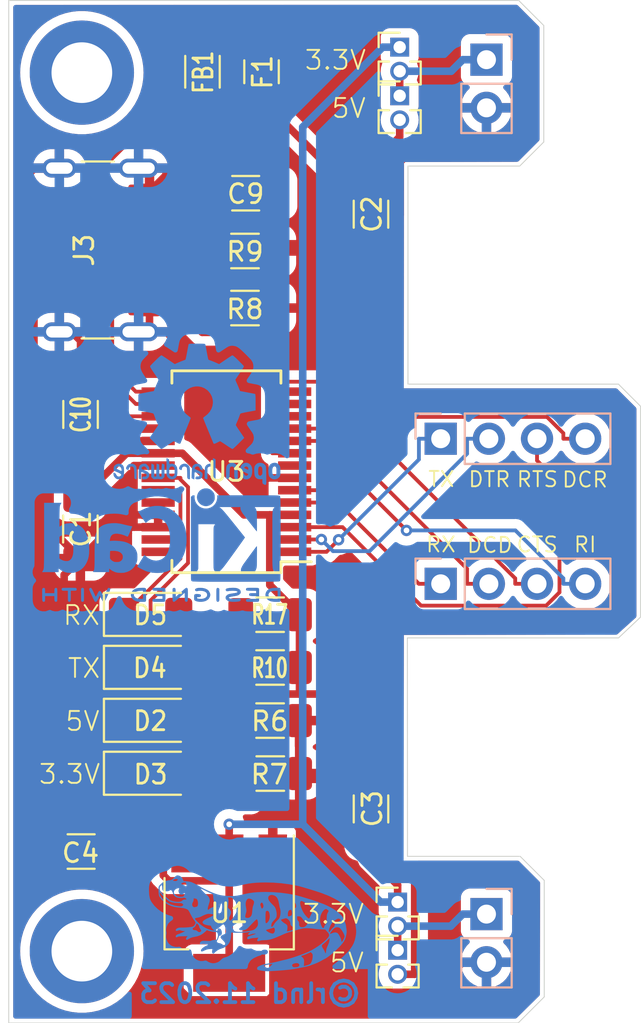
<source format=kicad_pcb>
(kicad_pcb (version 20221018) (generator pcbnew)
  (title_block (title "Breadboard PSU") (date "2023-11-17") (rev "0.9.5"))
  (layers (0 "F.Cu" signal) (31 "B.Cu" signal) (34 "B.Paste" user) (35 "F.Paste" user) (36 "B.SilkS" user "B.Silkscreen") (37 "F.SilkS" user "F.Silkscreen") (38 "B.Mask" user) (39 "F.Mask" user) (44 "Edge.Cuts" user))
  (net 0 "")
  (net 1 "5V")
  (net 2 "3.3V")
  (net 3 "Net-(D2-K)")
  (net 4 "Net-(D3-K)")
  (net 7 "TX")
  (net 8 "RX")
  (net 9 "RTS")
  (net 10 "CTS")
  (net 11 "DTR")
  (net 12 "DCR")
  (net 13 "DCD")
  (net 14 "Gnd")
  (net 18 "Net-(U3-3V3OUT)")
  (net 21 "Net-(D4-A)")
  (net 22 "Net-(D5-A)")
  (net 23 "RI")
  (net 24 "/VBUS")
  (net 25 "Net-(D4-K)")
  (net 26 "Net-(D5-K)")
  (net 27 "/V-L-F")
  (net 28 "/Pwd-up")
  (net 29 "/Pwd-bottom")
  (net 30 "Net-(J3-CC1)")
  (net 31 "Net-(U3-USBD+)")
  (net 32 "Net-(U3-USBD-)")
  (net 33 "Net-(J3-CC2)")
  (footprint "Resistor_SMD:R_1206_3216Metric_Pad1.30x1.75mm_HandSolder" (layer "F.Cu") (at 33.8184 60.7869 180)
    (fp_text reference "R7")
    (fp_text value "1k" hide)
  )
  (footprint "Diode_SMD:D_1206_3216Metric_Pad1.42x1.75mm_HandSolder" (layer "F.Cu") (at 27.5057 60.7714)
    (fp_text reference "D3")
    (fp_text value "white" hide)
  )
  (footprint "Fuse:Fuse_1206_3216Metric_Pad1.42x1.75mm_HandSolder" (layer "F.Cu") (at 33.3574 23.7567 -90)
    (fp_text reference "F1")
    (fp_text value "500mA" hide)
  )
  (footprint "Package_TO_SOT_SMD:SOT-223-3_TabPin2" (layer "F.Cu") (at 31.6513 68.1529 -90)
    (fp_text reference "U1")
    (fp_text value "LM1117DT-3.3" hide)
  )
  (footprint "Capacitor_SMD:C_1206_3216Metric_Pad1.33x1.80mm_HandSolder" (layer "F.Cu") (at 23.8121 41.8389 90)
    (fp_text reference "C10")
    (fp_text value "100n" hide)
  )
  (footprint "myLib:USB-C_Core-Set" (layer "F.Cu") (at 23.7687 33.16 -90)
    (fp_text reference "J3")
    (fp_text value "USB-C connector" hide)
  )
  (footprint "Resistor_SMD:R_1206_3216Metric_Pad1.30x1.75mm_HandSolder" (layer "F.Cu") (at 33.8096 55.1913)
    (fp_text reference "R10")
    (fp_text value "1k" hide)
  )
  (footprint "Resistor_SMD:R_1206_3216Metric_Pad1.30x1.75mm_HandSolder" (layer "F.Cu") (at 32.4847 36.2247)
    (fp_text reference "R8")
    (fp_text value "5k1" hide)
  )
  (footprint "Inductor_SMD:L_1206_3216Metric_Pad1.22x1.90mm_HandSolder" (layer "F.Cu") (at 30.2431 23.7567 90)
    (fp_text reference "FB1")
    (fp_text value "100" hide)
  )
  (footprint "Diode_SMD:D_1206_3216Metric_Pad1.42x1.75mm_HandSolder" (layer "F.Cu") (at 27.5057 55.1834)
    (fp_text reference "D4")
    (fp_text value "Blue" hide)
  )
  (footprint "Resistor_SMD:R_1206_3216Metric_Pad1.30x1.75mm_HandSolder" (layer "F.Cu") (at 32.4847 33.2139)
    (fp_text reference "R9")
    (fp_text value "5k1" hide)
  )
  (footprint "Diode_SMD:D_1206_3216Metric_Pad1.42x1.75mm_HandSolder" (layer "F.Cu") (at 27.5057 52.3894)
    (fp_text reference "D5")
    (fp_text value "Red" hide)
  )
  (footprint "Connector_PinHeader_1.27mm:PinHeader_1x02_P1.27mm_Vertical" (layer "F.Cu") (at 40.6439 25.0241)
    (fp_text reference "JP8" hide)
    (fp_text value "5V" hide)
  )
  (footprint "Capacitor_SMD:C_1206_3216Metric_Pad1.33x1.80mm_HandSolder" (layer "F.Cu") (at 32.5221 30.1661 180)
    (fp_text reference "C9")
    (fp_text value "10n" hide)
  )
  (footprint "Capacitor_SMD:C_1206_3216Metric_Pad1.33x1.80mm_HandSolder" (layer "F.Cu") (at 39.1295 31.2725 -90)
    (fp_text reference "C2")
    (fp_text value "10u" hide)
  )
  (footprint "Connector_PinHeader_1.27mm:PinHeader_1x02_P1.27mm_Vertical" (layer "F.Cu") (at 40.5351 67.5691)
    (fp_text reference "JP9" hide)
    (fp_text value "3.3V" hide)
  )
  (footprint "Diode_SMD:D_1206_3216Metric_Pad1.42x1.75mm_HandSolder" (layer "F.Cu") (at 27.5057 57.9774)
    (fp_text reference "D2")
    (fp_text value "yellow" hide)
  )
  (footprint "myLib:Salamander_B_Copper" (layer "F.Cu") (at 32.886586 68.66)
    (fp_text reference "G***" hide)
    (fp_text value "LOGO" hide)
  )
  (footprint "Connector_PinHeader_1.27mm:PinHeader_1x02_P1.27mm_Vertical" (layer "F.Cu") (at 40.6439 22.4587)
    (fp_text reference "JP7" hide)
    (fp_text value "3.3V" hide)
  )
  (footprint "MountingHole:MountingHole_3.2mm_M3_ISO14580_Pad_TopBottom" (layer "F.Cu") (at 23.8809 23.8029)
    (fp_text reference "H2" hide)
    (fp_text value "MountingHole" hide)
  )
  (footprint "Capacitor_SMD:C_1206_3216Metric_Pad1.33x1.80mm_HandSolder" (layer "F.Cu") (at 23.8429 64.9021 180)
    (fp_text reference "C4")
    (fp_text value "100nF" hide)
  )
  (footprint "Connector_PinHeader_1.27mm:PinHeader_1x02_P1.27mm_Vertical" (layer "F.Cu") (at 40.5351 70.1091)
    (fp_text reference "JP10" hide)
    (fp_text value "5V" hide)
  )
  (footprint "Resistor_SMD:R_1206_3216Metric_Pad1.30x1.75mm_HandSolder" (layer "F.Cu") (at 33.8098 52.4049)
    (fp_text reference "R17")
    (fp_text value "1k" hide)
  )
  (footprint "Resistor_SMD:R_1206_3216Metric_Pad1.30x1.75mm_HandSolder" (layer "F.Cu") (at 33.8098 57.9929 180)
    (fp_text reference "R6")
    (fp_text value "1k" hide)
  )
  (footprint "Package_SO:SSOP-28_5.3x10.2mm_P0.65mm" (layer "F.Cu") (at 31.5048 44.8615 180)
    (fp_text reference "U3")
    (fp_text value "FT232RL" hide)
  )
  (footprint "Capacitor_SMD:C_1206_3216Metric_Pad1.33x1.80mm_HandSolder" (layer "F.Cu") (at 39.131 62.6538 90)
    (fp_text reference "C3")
    (fp_text value "10u" hide)
  )
  (footprint "MountingHole:MountingHole_3.2mm_M3_ISO14580_Pad_TopBottom" (layer "F.Cu") (at 23.8809 70.1579)
    (fp_text reference "H1" hide)
    (fp_text value "MountingHole" hide)
  )
  (footprint "Capacitor_SMD:C_1206_3216Metric_Pad1.33x1.80mm_HandSolder" (layer "F.Cu") (at 23.8031 47.8841 -90)
    (fp_text reference "C1")
    (fp_text value "100nF" hide)
  )
  (footprint "Connector_PinHeader_2.54mm:PinHeader_1x02_P2.54mm_Vertical" (layer "B.Cu") (at 45.2208 68.2041 180)
    (fp_text reference "J2" hide)
    (fp_text value "Bottom bar" hide)
  )
  (footprint "Symbol:OSHW-Logo2_9.8x8mm_Copper" (layer "B.Cu") (at 29.950829 41.821488 180)
    (fp_text reference "REF**" hide)
    (fp_text value "OSHW-Logo2_9.8x8mm_Copper" hide)
  )
  (footprint "Connector_PinHeader_2.54mm:PinHeader_1x02_P2.54mm_Vertical" (layer "B.Cu") (at 45.2208 23.1191 180)
    (fp_text reference "J1" hide)
    (fp_text value "Top bar" hide)
  )
  (footprint "Connector_PinHeader_2.54mm:PinHeader_1x04_P2.54mm_Vertical" (layer "B.Cu") (at 42.8078 43.1199 -90)
    (fp_text reference "J6" hide)
    (fp_text value "Upper middle bar" hide)
  )
  (footprint "Symbol:KiCad-Logo2_5mm_Copper" (layer "B.Cu") (at 28.08 48.72 180)
    (fp_text reference "REF**" hide)
    (fp_text value "KiCad-Logo2_5mm_Copper" hide)
  )
  (footprint "Connector_PinHeader_2.54mm:PinHeader_1x04_P2.54mm_Vertical" (layer "B.Cu") (at 42.8078 50.7755 -90)
    (fp_text reference "J7" hide)
    (fp_text value "Lower middle bar" hide)
  )
  (gr_line locked (start 46.9226 19.9949) (end 48.2434 21.3157) (stroke (width 0.05)) (layer "Edge.Cuts"))
  (gr_line locked (start 48.2434 27.4625) (end 46.9734 28.7325) (stroke (width 0.05)) (layer "Edge.Cuts"))
  (gr_line (start 41.05 53.63) (end 41.0552 65.1561) (stroke (width 0.05)) (layer "Edge.Cuts"))
  (gr_line locked (start 20.024 19.9949) (end 46.9226 19.9949) (stroke (width 0.05)) (layer "Edge.Cuts"))
  (gr_line locked (start 41.0806 40.2387) (end 52.1804 40.2387) (stroke (width 0.05)) (layer "Edge.Cuts"))
  (gr_line (start 53.3488 52.5323) (end 52.184187 53.63) (stroke (width 0.05)) (layer "Edge.Cuts"))
  (gr_line locked (start 48.2434 21.3157) (end 48.2434 27.4625) (stroke (width 0.05)) (layer "Edge.Cuts"))
  (gr_line locked (start 46.9734 28.7325) (end 41.0806 28.7325) (stroke (width 0.05)) (layer "Edge.Cuts"))
  (gr_line (start 52.184187 53.63) (end 41.05 53.63) (stroke (width 0.05)) (layer "Edge.Cuts"))
  (gr_line locked (start 48.2688 66.4261) (end 48.2688 72.5729) (stroke (width 0.05)) (layer "Edge.Cuts"))
  (gr_line locked (start 41.0806 28.7325) (end 41.0806 40.2387) (stroke (width 0.05)) (layer "Edge.Cuts"))
  (gr_line locked (start 46.8972 73.9445) (end 20.024 73.9445) (stroke (width 0.05)) (layer "Edge.Cuts"))
  (gr_line locked (start 48.2688 72.5729) (end 46.8972 73.9445) (stroke (width 0.05)) (layer "Edge.Cuts"))
  (gr_line locked (start 41.0552 65.1561) (end 46.9988 65.1561) (stroke (width 0.05)) (layer "Edge.Cuts"))
  (gr_line locked (start 46.9988 65.1561) (end 48.2688 66.4261) (stroke (width 0.05)) (layer "Edge.Cuts"))
  (gr_line locked (start 53.3488 41.4071) (end 53.3488 52.5323) (stroke (width 0.05)) (layer "Edge.Cuts"))
  (gr_line locked (start 20.024 73.9445) (end 20.024 19.9949) (stroke (width 0.05)) (layer "Edge.Cuts"))
  (gr_line locked (start 52.1804 40.2387) (end 53.3488 41.4071) (stroke (width 0.05)) (layer "Edge.Cuts"))
  (gr_text "©rlnd 11.2023" (at 38.68 72.980555) (layer "B.Cu") (effects (font (size 1 1) (thickness 0.2) bold) (justify left bottom mirror)))
  (gr_text locked "3.3V" (at 35.569166 23.7287) (layer "F.SilkS") (effects (font (size 1 1) (thickness 0.1)) (justify left bottom)))
  (gr_text locked "TX" (at 42.089138 45.722209) (layer "F.SilkS") (effects (font (size 0.8 0.8) (thickness 0.1)) (justify left bottom)))
  (gr_text locked "5V" (at 36.888545 71.3537) (layer "F.SilkS") (effects (font (size 1 1) (thickness 0.1)) (justify left bottom)))
  (gr_text locked "RI" (at 49.7674 49.175564) (layer "F.SilkS") (effects (font (size 0.8 0.8) (thickness 0.1)) (justify left bottom)))
  (gr_text locked "5V" (at 36.986554 26.2687) (layer "F.SilkS") (effects (font (size 1 1) (thickness 0.1)) (justify left bottom)))
  (gr_text locked "5V" (at 22.946641 58.612361) (layer "F.SilkS") (effects (font (size 1 1) (thickness 0.1)) (justify left bottom)))
  (gr_text locked "DCD" (at 44.1286 49.200964) (layer "F.SilkS") (effects (font (size 0.8 0.8) (thickness 0.1)) (justify left bottom)))
  (gr_text locked "RX" (at 22.819641 53.024361) (layer "F.SilkS") (effects (font (size 1 1) (thickness 0.1)) (justify left bottom)))
  (gr_text locked "TX" (at 23.073641 55.818361) (layer "F.SilkS") (effects (font (size 1 1) (thickness 0.1)) (justify left bottom)))
  (gr_text locked "3.3V" (at 35.467702 68.7883) (layer "F.SilkS") (effects (font (size 1 1) (thickness 0.1)) (justify left bottom)))
  (gr_text locked "RX" (at 41.9696 49.169096) (layer "F.SilkS") (effects (font (size 0.8 0.8) (thickness 0.1)) (justify left bottom)))
  (gr_text locked "CTS" (at 46.7448 49.175564) (layer "F.SilkS") (effects (font (size 0.8 0.8) (thickness 0.1)) (justify left bottom)))
  (gr_text locked "3.3V" (at 21.549641 61.406361) (layer "F.SilkS") (effects (font (size 1 1) (thickness 0.1)) (justify left bottom)))
  (gr_text locked "DTR" (at 44.2048 45.730677) (layer "F.SilkS") (effects (font (size 0.8 0.8) (thickness 0.1)) (justify left bottom)))
  (gr_text locked "RTS" (at 46.753259 45.730677) (layer "F.SilkS") (effects (font (size 0.8 0.8) (thickness 0.1)) (justify left bottom)))
  (gr_text locked "DCR" (at 49.14927 45.747609) (layer "F.SilkS") (effects (font (size 0.8 0.8) (thickness 0.1)) (justify left bottom)))
  (segment locked (start 27.9048 43.8865) (end 29.1801 43.8865) (width 0.4) (layer "F.Cu") (net 1))
  (segment locked (start 40.4324 65.4808) (end 40.4324 60.3517) (width 0.4) (layer "F.Cu") (net 1))
  (segment locked (start 29.3513 63.6026) (end 30.7122 62.2417) (width 0.4) (layer "F.Cu") (net 1))
  (segment locked (start 35.3598 55.1911) (end 35.3598 52.4049) (width 0.4) (layer "F.Cu") (net 1))
  (segment locked (start 33.7932 47.1365) (end 35.1048 47.1365) (width 0.4) (layer "F.Cu") (net 1))
  (segment locked (start 26.6295 43.8865) (end 26.2382 43.8865) (width 0.4) (layer "F.Cu") (net 1))
  (segment locked (start 39.1295 28.7088) (end 40.6439 27.1944) (width 0.4) (layer "F.Cu") (net 1))
  (segment locked (start 29.2845 24.3942) (end 32.5074 24.3942) (width 0.4) (layer "F.Cu") (net 1))
  (segment locked (start 36.822 28.7088) (end 33.3574 25.2442) (width 0.4) (layer "F.Cu") (net 1))
  (segment locked (start 40.4324 60.3517) (end 36.6728 56.5921) (width 0.4) (layer "F.Cu") (net 1))
  (segment locked (start 33.3581 56.6787) (end 30.2919 56.6787) (width 0.4) (layer "F.Cu") (net 1))
  (segment locked (start 32.7773 62.2417) (end 33.3581 61.6609) (width 0.4) (layer "F.Cu") (net 1))
  (segment locked (start 21.3536 42.9526) (end 21.3536 32.3251) (width 0.4) (layer "F.Cu") (net 1))
  (segment locked (start 30.2919 56.6787) (end 28.9932 57.9774) (width 0.4) (layer "F.Cu") (net 1))
  (segment locked (start 33.3581 61.6609) (end 33.3581 56.6787) (width 0.4) (layer "F.Cu") (net 1))
  (segment locked (start 23.8031 45.2814) (end 23.8031 46.3216) (width 0.4) (layer "F.Cu") (net 1))
  (segment locked (start 24.8433 45.2814) (end 23.8031 45.2814) (width 0.4) (layer "F.Cu") (net 1))
  (segment locked (start 29.1801 43.8865) (end 32.4301 47.1365) (width 0.4) (layer "F.Cu") (net 1))
  (segment locked (start 33.7932 47.1365) (end 33.7932 50.8383) (width 0.4) (layer "F.Cu") (net 1))
  (segment locked (start 26.6295 43.8865) (end 27.9048 43.8865) (width 0.4) (layer "F.Cu") (net 1))
  (segment locked (start 33.4447 56.5921) (end 35.3596 56.5921) (width 0.4) (layer "F.Cu") (net 1))
  (segment locked (start 40.5351 71.3791) (end 41.4354 71.3791) (width 0.4) (layer "F.Cu") (net 1))
  (segment locked (start 32.4301 47.1365) (end 33.7932 47.1365) (width 0.4) (layer "F.Cu") (net 1))
  (segment locked (start 33.3581 56.6787) (end 33.4447 56.5921) (width 0.4) (layer "F.Cu") (net 1))
  (segment locked (start 30.7122 62.2417) (end 32.7773 62.2417) (width 0.4) (layer "F.Cu") (net 1))
  (segment locked (start 36.6728 56.5921) (end 35.3596 56.5921) (width 0.4) (layer "F.Cu") (net 1))
  (segment locked (start 41.4354 66.4838) (end 40.4324 65.4808) (width 0.4) (layer "F.Cu") (net 1))
  (segment locked (start 27.9048 43.2365) (end 26.6295 43.2365) (width 0.4) (layer "F.Cu") (net 1))
  (segment locked (start 35.3596 55.1913) (end 35.3598 55.1911) (width 0.4) (layer "F.Cu") (net 1))
  (segment locked (start 41.4354 71.3791) (end 41.4354 66.4838) (width 0.4) (layer "F.Cu") (net 1))
  (segment locked (start 23.8031 45.2814) (end 23.6824 45.2814) (width 0.4) (layer "F.Cu") (net 1))
  (segment locked (start 33.7932 50.8383) (end 35.3598 52.4049) (width 0.4) (layer "F.Cu") (net 1))
  (segment locked (start 39.1295 28.7088) (end 36.822 28.7088) (width 0.4) (layer "F.Cu") (net 1))
  (segment locked (start 26.2382 43.8865) (end 24.8433 45.2814) (width 0.4) (layer "F.Cu") (net 1))
  (segment locked (start 32.5074 24.3942) (end 33.3574 25.2442) (width 0.4) (layer "F.Cu") (net 1))
  (segment locked (start 29.3513 65.0029) (end 29.3513 63.6026) (width 0.4) (layer "F.Cu") (net 1))
  (segment locked (start 40.6439 26.2941) (end 40.6439 27.1944) (width 0.4) (layer "F.Cu") (net 1))
  (segment locked (start 39.1295 29.71) (end 39.1295 28.7088) (width 0.4) (layer "F.Cu") (net 1))
  (segment locked (start 35.3596 56.5921) (end 35.3596 55.1913) (width 0.4) (layer "F.Cu") (net 1))
  (segment locked (start 23.6824 45.2814) (end 21.3536 42.9526) (width 0.4) (layer "F.Cu") (net 1))
  (segment locked (start 21.3536 32.3251) (end 29.2845 24.3942) (width 0.4) (layer "F.Cu") (net 1))
  (segment locked (start 26.6295 43.8865) (end 26.6295 43.2365) (width 0.4) (layer "F.Cu") (net 1))
  (segment locked (start 28.1767 66.1583) (end 28.1767 64.9021) (width 0.4) (layer "F.Cu") (net 2))
  (segment locked (start 28.1767 61.5879) (end 28.9932 60.7714) (width 0.4) (layer "F.Cu") (net 2))
  (segment locked (start 31.6513 63.6026) (end 31.6513 63.4631) (width 0.4) (layer "F.Cu") (net 2))
  (segment locked (start 28.1767 64.9021) (end 25.4054 64.9021) (width 0.4) (layer "F.Cu") (net 2))
  (segment locked (start 31.6513 66.4482) (end 31.6513 71.3029) (width 0.4) (layer "F.Cu") (net 2))
  (segment locked (start 28.4666 66.4482) (end 28.1767 66.1583) (width 0.4) (layer "F.Cu") (net 2))
  (segment locked (start 28.1767 64.9021) (end 28.1767 61.5879) (width 0.4) (layer "F.Cu") (net 2))
  (segment locked (start 31.6513 66.4482) (end 28.4666 66.4482) (width 0.4) (layer "F.Cu") (net 2))
  (segment locked (start 31.6513 65.0029) (end 31.6513 66.4482) (width 0.4) (layer "F.Cu") (net 2))
  (segment locked (start 31.6513 65.0029) (end 31.6513 63.6026) (width 0.4) (layer "F.Cu") (net 2))
  (segment locked (start 40.5351 67.5691) (end 40.5351 66.6688) (width 0.4) (layer "F.Cu") (net 2))
  (segment locked (start 39.131 65.2647) (end 40.5351 66.6688) (width 0.4) (layer "F.Cu") (net 2))
  (segment locked (start 39.131 64.2163) (end 39.131 65.2647) (width 0.4) (layer "F.Cu") (net 2))
  (via locked (at 31.6513 63.4631) (size 0.6) (drill 0.3) (layers "F.Cu" "B.Cu") (net 2))
  (segment locked (start 39.6348 67.5691) (end 35.5288 63.4631) (width 0.4) (layer "B.Cu") (net 2))
  (segment locked (start 31.6513 63.4631) (end 35.5288 63.4631) (width 0.4) (layer "B.Cu") (net 2))
  (segment locked (start 35.5288 26.6735) (end 39.7436 22.4587) (width 0.4) (layer "B.Cu") (net 2))
  (segment locked (start 40.6439 22.4587) (end 39.7436 22.4587) (width 0.4) (layer "B.Cu") (net 2))
  (segment locked (start 35.5288 63.4631) (end 35.5288 26.6735) (width 0.4) (layer "B.Cu") (net 2))
  (segment locked (start 40.5351 67.5691) (end 39.6348 67.5691) (width 0.4) (layer "B.Cu") (net 2))
  (segment locked (start 27.2086 59.1678) (end 31.0849 59.1678) (width 0.2) (layer "F.Cu") (net 3))
  (segment locked (start 31.0849 59.1678) (end 32.2598 57.9929) (width 0.2) (layer "F.Cu") (net 3))
  (segment locked (start 26.0182 57.9774) (end 27.2086 59.1678) (width 0.2) (layer "F.Cu") (net 3))
  (segment locked (start 26.0182 60.7714) (end 27.2074 59.5822) (width 0.2) (layer "F.Cu") (net 4))
  (segment locked (start 31.0637 59.5822) (end 32.2684 60.7869) (width 0.2) (layer "F.Cu") (net 4))
  (segment locked (start 27.2074 59.5822) (end 31.0637 59.5822) (width 0.2) (layer "F.Cu") (net 4))
  (segment locked (start 37.422 48.4508) (end 36.7863 49.0865) (width 0.2) (layer "F.Cu") (net 7))
  (segment locked (start 36.7863 49.0865) (end 35.1048 49.0865) (width 0.2) (layer "F.Cu") (net 7))
  (via locked (at 37.422 48.4508) (size 0.6) (drill 0.3) (layers "F.Cu" "B.Cu") (net 7))
  (segment locked (start 41.6575 43.1199) (end 41.6575 44.2153) (width 0.2) (layer "B.Cu") (net 7))
  (segment locked (start 41.6575 44.2153) (end 37.422 48.4508) (width 0.2) (layer "B.Cu") (net 7))
  (segment locked (start 42.8078 43.1199) (end 41.6575 43.1199) (width 0.2) (layer "B.Cu") (net 7))
  (segment locked (start 35.1048 46.4865) (end 36.2801 46.4865) (width 0.2) (layer "F.Cu") (net 8))
  (segment locked (start 42.8078 50.7755) (end 41.6575 50.7755) (width 0.2) (layer "F.Cu") (net 8))
  (segment locked (start 36.2801 46.4865) (end 37.3685 46.4865) (width 0.2) (layer "F.Cu") (net 8))
  (segment locked (start 37.3685 46.4865) (end 41.6575 50.7755) (width 0.2) (layer "F.Cu") (net 8))
  (segment locked (start 49.0722 51.2237) (end 48.37 51.9259) (width 0.2) (layer "F.Cu") (net 9))
  (segment locked (start 41.7709 51.9259) (end 37.6315 47.7865) (width 0.2) (layer "F.Cu") (net 9))
  (segment locked (start 49.0722 45.4546) (end 49.0722 51.2237) (width 0.2) (layer "F.Cu") (net 9))
  (segment locked (start 47.8878 44.2702) (end 49.0722 45.4546) (width 0.2) (layer "F.Cu") (net 9))
  (segment locked (start 37.6315 47.7865) (end 35.1048 47.7865) (width 0.2) (layer "F.Cu") (net 9))
  (segment locked (start 47.8878 43.1199) (end 47.8878 44.2702) (width 0.2) (layer "F.Cu") (net 9))
  (segment locked (start 48.37 51.9259) (end 41.7709 51.9259) (width 0.2) (layer "F.Cu") (net 9))
  (segment locked (start 38.8361 42.5865) (end 35.1048 42.5865) (width 0.2) (layer "F.Cu") (net 10))
  (segment locked (start 47.8878 50.7755) (end 46.7375 50.7755) (width 0.2) (layer "F.Cu") (net 10))
  (segment locked (start 46.7375 50.7755) (end 46.7375 50.4879) (width 0.2) (layer "F.Cu") (net 10))
  (segment locked (start 46.7375 50.4879) (end 38.8361 42.5865) (width 0.2) (layer "F.Cu") (net 10))
  (segment locked (start 36.5119 48.4365) (end 35.1048 48.4365) (width 0.2) (layer "F.Cu") (net 11))
  (via locked (at 36.5119 48.4365) (size 0.6) (drill 0.3) (layers "F.Cu" "B.Cu") (net 11))
  (segment locked (start 45.3478 43.1199) (end 44.1975 43.1199) (width 0.2) (layer "B.Cu") (net 11))
  (segment locked (start 39.0571 49.0511) (end 44.1975 43.9107) (width 0.2) (layer "B.Cu") (net 11))
  (segment locked (start 44.1975 43.9107) (end 44.1975 43.1199) (width 0.2) (layer "B.Cu") (net 11))
  (segment locked (start 36.5119 48.4365) (end 37.1265 49.0511) (width 0.2) (layer "B.Cu") (net 11))
  (segment locked (start 37.1265 49.0511) (end 39.0571 49.0511) (width 0.2) (layer "B.Cu") (net 11))
  (segment locked (start 40.3871 41.9696) (end 38.5286 40.1111) (width 0.2) (layer "F.Cu") (net 12))
  (segment locked (start 38.5286 40.1111) (end 34.0372 40.1111) (width 0.2) (layer "F.Cu") (net 12))
  (segment locked (start 34.0372 40.1111) (end 33.9295 40.2188) (width 0.2) (layer "F.Cu") (net 12))
  (segment locked (start 35.1048 43.8865) (end 33.9295 43.8865) (width 0.2) (layer "F.Cu") (net 12))
  (segment locked (start 48.4149 41.9696) (end 40.3871 41.9696) (width 0.2) (layer "F.Cu") (net 12))
  (segment locked (start 49.2775 42.8322) (end 48.4149 41.9696) (width 0.2) (layer "F.Cu") (net 12))
  (segment locked (start 50.4278 43.1199) (end 49.2775 43.1199) (width 0.2) (layer "F.Cu") (net 12))
  (segment locked (start 33.9295 40.2188) (end 33.9295 43.8865) (width 0.2) (layer "F.Cu") (net 12))
  (segment locked (start 49.2775 43.1199) (end 49.2775 42.8322) (width 0.2) (layer "F.Cu") (net 12))
  (segment locked (start 45.3478 50.7755) (end 44.1975 50.7755) (width 0.2) (layer "F.Cu") (net 13))
  (segment locked (start 37.4493 43.2365) (end 35.1048 43.2365) (width 0.2) (layer "F.Cu") (net 13))
  (segment locked (start 44.1975 50.7755) (end 44.1975 49.9847) (width 0.2) (layer "F.Cu") (net 13))
  (segment locked (start 44.1975 49.9847) (end 37.4493 43.2365) (width 0.2) (layer "F.Cu") (net 13))
  (segment locked (start 33.155 45.1865) (end 35.1048 45.1865) (width 0.4) (layer "F.Cu") (net 14))
  (segment locked (start 33.9585 72.3318) (end 33.9585 66.4104) (width 0.4) (layer "F.Cu") (net 14))
  (segment locked (start 34.0347 33.2139) (end 34.0347 36.2247) (width 0.4) (layer "F.Cu") (net 14))
  (segment locked (start 26.8737 37.48) (end 27.6864 37.48) (width 0.4) (layer "F.Cu") (net 14))
  (segment (start 28.5824 68.2224) (end 28.5824 70.3368) (width 0.4) (layer "F.Cu") (net 14))
  (segment locked (start 27.4487 37.2423) (end 27.4487 36.36) (width 0.4) (layer "F.Cu") (net 14))
  (segment locked (start 22.9477 64.7021) (end 22.9477 50.302) (width 0.4) (layer "F.Cu") (net 14))
  (segment locked (start 20.6949 46.3384) (end 23.8031 49.4466) (width 0.4) (layer "F.Cu") (net 14))
  (segment locked (start 29.1801 42.5865) (end 30.555 42.5865) (width 0.4) (layer "F.Cu") (net 14))
  (segment locked (start 35.3684 61.0913) (end 35.3684 64.7361) (width 0.4) (layer "F.Cu") (net 14))
  (segment locked (start 28.324 37.4801) (end 28.324 37.48) (width 0.4) (layer "F.Cu") (net 14))
  (segment locked (start 28.324 29.2129) (end 27.5769 29.96) (width 0.4) (layer "F.Cu") (net 14))
  (segment locked (start 27.9048 47.7865) (end 26.6295 47.7865) (width 0.4) (layer "F.Cu") (net 14))
  (segment locked (start 43.5222 25.6591) (end 40.6702 28.5111) (width 0.4) (layer "F.Cu") (net 14))
  (segment locked (start 40.6702 28.5111) (end 40.6702 31.2943) (width 0.4) (layer "F.Cu") (net 14))
  (segment locked (start 21.3934 28.84) (end 20.6949 29.5385) (width 0.4) (layer "F.Cu") (net 14))
  (segment locked (start 27.6864 37.48) (end 27.4487 37.2423) (width 0.4) (layer "F.Cu") (net 14))
  (segment locked (start 35.3684 58.0015) (end 35.3684 60.7869) (width 0.4) (layer "F.Cu") (net 14))
  (segment locked (start 27.9048 44.5365) (end 26.6295 44.5365) (width 0.4) (layer "F.Cu") (net 14))
  (segment locked (start 20.6949 29.5385) (end 20.6949 46.3384) (width 0.4) (layer "F.Cu") (net 14))
  (segment (start 23.8983 66.52) (end 26.88 66.52) (width 0.4) (layer "F.Cu") (net 14))
  (segment locked (start 45.2208 25.6591) (end 43.5222 25.6591) (width 0.4) (layer "F.Cu") (net 14))
  (segment locked (start 22.6937 37.48) (end 23.3439 37.48) (width 0.4) (layer "F.Cu") (net 14))
  (segment locked (start 34.0347 36.2247) (end 30.555 39.7044) (width 0.4) (layer "F.Cu") (net 14))
  (segment locked (start 25.4632 47.7865) (end 23.8031 49.4466) (width 0.4) (layer "F.Cu") (net 14))
  (segment locked (start 43.9705 70.7441) (end 42.3828 72.3318) (width 0.4) (layer "F.Cu") (net 14))
  (segment locked (start 22.9477 50.302) (end 23.8031 49.4466) (width 0.4) (layer "F.Cu") (net 14))
  (segment locked (start 22.2804 64.9021) (end 22.4804 64.7021) (width 0.4) (layer "F.Cu") (net 14))
  (segment locked (start 33.725 72.7295) (end 33.9585 72.496) (width 0.4) (layer "F.Cu") (net 14))
  (segment locked (start 28.324 28.84) (end 28.324 29.2129) (width 0.4) (layer "F.Cu") (net 14))
  (segment locked (start 45.2208 70.7441) (end 43.9705 70.7441) (width 0.4) (layer "F.Cu") (net 14))
  (segment locked (start 34.0074 33.2139) (end 34.0347 33.2139) (width 0.4) (layer "F.Cu") (net 14))
  (segment locked (start 26.6295 47.7865) (end 25.4632 47.7865) (width 0.4) (layer "F.Cu") (net 14))
  (segment locked (start 27.6864 37.48) (end 28.324 37.48) (width 0.4) (layer "F.Cu") (net 14))
  (segment locked (start 27.9048 42.5865) (end 29.1801 42.5865) (width 0.4) (layer "F.Cu") (net 14))
  (segment locked (start 27.5769 29.96) (end 27.4487 29.96) (width 0.4) (layer "F.Cu") (net 14))
  (segment locked (start 28.5824 70.3368) (end 28.5824 71.7278) (width 0.4) (layer "F.Cu") (net 14))
  (segment locked (start 27.9048 47.1365) (end 26.6295 47.1365) (width 0.4) (layer "F.Cu") (net 14))
  (segment locked (start 22.6937 28.84) (end 21.3934 28.84) (width 0.4) (layer "F.Cu") (net 14))
  (segment locked (start 30.555 39.7044) (end 30.555 42.5865) (width 0.4) (layer "F.Cu") (net 14))
  (segment locked (start 33.9585 66.4104) (end 33.9513 66.4032) (width 0.4) (layer "F.Cu") (net 14))
  (segment locked (start 35.3684 60.7869) (end 35.3684 61.0913) (width 0.4) (layer "F.Cu") (net 14))
  (segment locked (start 29.5841 72.7295) (end 33.725 72.7295) (width 0.4) (layer "F.Cu") (net 14))
  (segment locked (start 26.8737 28.84) (end 28.324 28.84) (width 0.4) (layer "F.Cu") (net 14))
  (segment locked (start 26.6295 44.5365) (end 26.6295 47.1365) (width 0.4) (layer "F.Cu") (net 14))
  (segment locked (start 23.3439 37.48) (end 23.8121 37.9482) (width 0.4) (layer "F.Cu") (net 14))
  (segment (start 22.2804 64.9021) (end 23.8983 66.52) (width 0.4) (layer "F.Cu") (net 14))
  (segment (start 22.2804 64.9021) (end 22.9429 64.9021) (width 0.4) (layer "F.Cu") (net 14))
  (segment locked (start 33.9513 65.0029) (end 33.9513 66.4032) (width 0.4) (layer "F.Cu") (net 14))
  (segment locked (start 30.9596 30.1661) (end 34.0074 33.2139) (width 0.4) (layer "F.Cu") (net 14))
  (segment locked (start 39.1295 32.835) (end 34.4136 32.835) (width 0.4) (layer "F.Cu") (net 14))
  (segment locked (start 28.5824 71.7278) (end 29.5841 72.7295) (width 0.4) (layer "F.Cu") (net 14))
  (segment locked (start 42.3828 72.3318) (end 33.9585 72.3318) (width 0.4) (layer "F.Cu") (net 14))
  (segment locked (start 22.4804 64.7021) (end 22.9477 64.7021) (width 0.4) (layer "F.Cu") (net 14))
  (segment locked (start 28.3307 37.4801) (end 28.324 37.4801) (width 0.4) (layer "F.Cu") (net 14))
  (segment (start 26.88 66.52) (end 28.5824 68.2224) (width 0.4) (layer "F.Cu") (net 14))
  (segment locked (start 23.8121 37.9482) (end 23.8121 40.2764) (width 0.4) (layer "F.Cu") (net 14))
  (segment locked (start 35.3684 64.7361) (end 35.1016 65.0029) (width 0.4) (layer "F.Cu") (net 14))
  (segment locked (start 34.4136 32.835) (end 34.0347 33.2139) (width 0.4) (layer "F.Cu") (net 14))
  (segment locked (start 30.555 42.5865) (end 33.155 45.1865) (width 0.4) (layer "F.Cu") (net 14))
  (segment locked (start 33.9585 72.496) (end 33.9585 72.3318) (width 0.4) (layer "F.Cu") (net 14))
  (segment locked (start 30.555 39.7044) (end 28.3307 37.4801) (width 0.4) (layer "F.Cu") (net 14))
  (segment locked (start 33.9513 65.0029) (end 35.1016 65.0029) (width 0.4) (layer "F.Cu") (net 14))
  (segment locked (start 35.3598 57.9929) (end 35.3684 58.0015) (width 0.4) (layer "F.Cu") (net 14))
  (segment locked (start 35.3684 61.0913) (end 39.131 61.0913) (width 0.4) (layer "F.Cu") (net 14))
  (segment locked (start 40.6702 31.2943) (end 39.1295 32.835) (width 0.4) (layer "F.Cu") (net 14))
  (segment locked (start 26.6295 47.1365) (end 26.6295 47.7865) (width 0.4) (layer "F.Cu") (net 14))
  (segment locked (start 23.994 37.48) (end 22.6937 37.48) (width 0.4) (layer "B.Cu") (net 14))
  (segment locked (start 23.994 28.84) (end 25.4234 28.84) (width 0.4) (layer "B.Cu") (net 14))
  (segment locked (start 26.8737 28.84) (end 25.4234 28.84) (width 0.4) (layer "B.Cu") (net 14))
  (segment locked (start 26.8737 37.48) (end 23.994 37.48) (width 0.4) (layer "B.Cu") (net 14))
  (segment locked (start 22.6937 28.84) (end 23.994 28.84) (width 0.4) (layer "B.Cu") (net 14))
  (segment locked (start 23.994 37.48) (end 23.994 28.84) (width 0.4) (layer "B.Cu") (net 14))
  (segment locked (start 25.277 41.9365) (end 23.8121 43.4014) (width 0.2) (layer "F.Cu") (net 18))
  (segment locked (start 27.9048 41.9365) (end 25.277 41.9365) (width 0.2) (layer "F.Cu") (net 18))
  (segment locked (start 32.2517 55.1834) (end 32.2596 55.1913) (width 0.2) (layer "F.Cu") (net 21))
  (segment locked (start 28.9932 55.1834) (end 32.2517 55.1834) (width 0.2) (layer "F.Cu") (net 21))
  (segment locked (start 32.2443 52.3894) (end 32.2598 52.4049) (width 0.2) (layer "F.Cu") (net 22))
  (segment locked (start 28.9932 52.3894) (end 32.2443 52.3894) (width 0.2) (layer "F.Cu") (net 22))
  (segment locked (start 41.0027 47.9582) (end 38.881 45.8365) (width 0.2) (layer "F.Cu") (net 23))
  (segment locked (start 38.881 45.8365) (end 35.1048 45.8365) (width 0.2) (layer "F.Cu") (net 23))
  (via locked (at 41.0027 47.9582) (size 0.6) (drill 0.3) (layers "F.Cu" "B.Cu") (net 23))
  (segment locked (start 50.4278 50.7755) (end 49.2775 50.7755) (width 0.2) (layer "B.Cu") (net 23))
  (segment locked (start 49.2775 50.7755) (end 49.2775 50.4879) (width 0.2) (layer "B.Cu") (net 23))
  (segment locked (start 46.7478 47.9582) (end 41.0027 47.9582) (width 0.2) (layer "B.Cu") (net 23))
  (segment locked (start 49.2775 50.4879) (end 46.7478 47.9582) (width 0.2) (layer "B.Cu") (net 23))
  (segment locked (start 28.8029 29.9929) (end 30.6901 31.8801) (width 0.4) (layer "F.Cu") (net 24))
  (segment locked (start 30.2431 25.4192) (end 30.2431 28.5527) (width 0.4) (layer "F.Cu") (net 24))
  (segment locked (start 32.0043 37.1313) (end 31.628 37.5076) (width 0.4) (layer "F.Cu") (net 24))
  (segment locked (start 28.2808 35.56) (end 27.4487 35.56) (width 0.4) (layer "F.Cu") (net 24))
  (segment locked (start 32.4712 28.5527) (end 34.0846 30.1661) (width 0.4) (layer "F.Cu") (net 24))
  (segment locked (start 30.2431 28.5527) (end 28.8029 29.9929) (width 0.4) (layer "F.Cu") (net 24))
  (segment locked (start 31.5571 31.8801) (end 32.0043 32.3273) (width 0.4) (layer "F.Cu") (net 24))
  (segment locked (start 30.6901 31.8801) (end 31.5571 31.8801) (width 0.4) (layer "F.Cu") (net 24))
  (segment locked (start 30.2284 37.5076) (end 28.2808 35.56) (width 0.4) (layer "F.Cu") (net 24))
  (segment locked (start 28.8029 29.9929) (end 28.0358 30.76) (width 0.4) (layer "F.Cu") (net 24))
  (segment locked (start 28.0358 30.76) (end 27.4487 30.76) (width 0.4) (layer "F.Cu") (net 24))
  (segment locked (start 31.628 37.5076) (end 30.2284 37.5076) (width 0.4) (layer "F.Cu") (net 24))
  (segment locked (start 32.0043 32.3273) (end 32.0043 37.1313) (width 0.4) (layer "F.Cu") (net 24))
  (segment locked (start 30.2431 28.5527) (end 32.4712 28.5527) (width 0.4) (layer "F.Cu") (net 24))
  (segment locked (start 29.0801 45.2705) (end 29.0801 45.1865) (width 0.2) (layer "F.Cu") (net 25))
  (segment locked (start 29.4804 49.6803) (end 29.4804 45.6707) (width 0.2) (layer "F.Cu") (net 25))
  (segment locked (start 27.9048 45.1865) (end 29.0801 45.1865) (width 0.2) (layer "F.Cu") (net 25))
  (segment locked (start 27.5057 51.655) (end 29.4804 49.6803) (width 0.2) (layer "F.Cu") (net 25))
  (segment locked (start 27.5057 53.6959) (end 27.5057 51.655) (width 0.2) (layer "F.Cu") (net 25))
  (segment locked (start 29.0802 45.2705) (end 29.0801 45.2705) (width 0.2) (layer "F.Cu") (net 25))
  (segment locked (start 29.4804 45.6707) (end 29.0802 45.2705) (width 0.2) (layer "F.Cu") (net 25))
  (segment locked (start 26.0182 55.1834) (end 27.5057 53.6959) (width 0.2) (layer "F.Cu") (net 25))
  (segment locked (start 29.0801 45.8365) (end 29.0801 49.4437) (width 0.2) (layer "F.Cu") (net 26))
  (segment locked (start 26.1344 52.3894) (end 26.0182 52.3894) (width 0.2) (layer "F.Cu") (net 26))
  (segment locked (start 27.9048 45.8365) (end 29.0801 45.8365) (width 0.2) (layer "F.Cu") (net 26))
  (segment locked (start 29.0801 49.4437) (end 26.1344 52.3894) (width 0.2) (layer "F.Cu") (net 26))
  (segment locked (start 30.2431 22.0942) (end 33.1824 22.0942) (width 0.4) (layer "F.Cu") (net 27))
  (segment locked (start 33.1824 22.0942) (end 33.3574 22.2692) (width 0.4) (layer "F.Cu") (net 27))
  (segment locked (start 40.6439 23.7287) (end 40.6439 25.0241) (width 0.4) (layer "F.Cu") (net 28))
  (segment locked (start 45.2208 23.1191) (end 43.9705 23.1191) (width 0.4) (layer "B.Cu") (net 28))
  (segment locked (start 43.3609 23.7287) (end 40.6439 23.7287) (width 0.4) (layer "B.Cu") (net 28))
  (segment locked (start 43.9705 23.1191) (end 43.3609 23.7287) (width 0.4) (layer "B.Cu") (net 28))
  (segment locked (start 40.5351 70.1091) (end 40.5351 68.8391) (width 0.4) (layer "F.Cu") (net 29))
  (segment locked (start 43.3355 68.8391) (end 40.5351 68.8391) (width 0.4) (layer "B.Cu") (net 29))
  (segment locked (start 43.9705 68.2041) (end 43.3355 68.8391) (width 0.4) (layer "B.Cu") (net 29))
  (segment locked (start 45.2208 68.2041) (end 43.9705 68.2041) (width 0.4) (layer "B.Cu") (net 29))
  (segment locked (start 29.6308 31.91) (end 30.9347 33.2139) (width 0.2) (layer "F.Cu") (net 30))
  (segment locked (start 27.4487 31.91) (end 29.6308 31.91) (width 0.2) (layer "F.Cu") (net 30))
  (segment locked (start 26.8393 32.91) (end 26.5589 33.1904) (width 0.2) (layer "F.Cu") (net 31))
  (segment locked (start 27.9048 40.6365) (end 26.7295 40.6365) (width 0.2) (layer "F.Cu") (net 31))
  (segment locked (start 26.7295 40.6365) (end 25.4818 39.3888) (width 0.2) (layer "F.Cu") (net 31))
  (segment locked (start 25.4818 39.3888) (end 25.4818 35.2067) (width 0.2) (layer "F.Cu") (net 31))
  (segment locked (start 27.4487 32.91) (end 26.8393 32.91) (width 0.2) (layer "F.Cu") (net 31))
  (segment locked (start 25.4818 35.2067) (end 26.7785 33.91) (width 0.2) (layer "F.Cu") (net 31))
  (segment locked (start 26.7785 33.91) (end 27.4487 33.91) (width 0.2) (layer "F.Cu") (net 31))
  (segment locked (start 26.5589 33.1904) (end 26.5589 33.6904) (width 0.2) (layer "F.Cu") (net 31))
  (segment locked (start 26.5589 33.6904) (end 26.7785 33.91) (width 0.2) (layer "F.Cu") (net 31))
  (segment locked (start 26.6898 32.41) (end 25.0814 34.0184) (width 0.2) (layer "F.Cu") (net 32))
  (segment locked (start 27.4487 33.41) (end 28.1087 33.41) (width 0.2) (layer "F.Cu") (net 32))
  (segment locked (start 28.1087 33.41) (end 28.3464 33.1723) (width 0.2) (layer "F.Cu") (net 32))
  (segment locked (start 25.0814 39.6384) (end 26.7295 41.2865) (width 0.2) (layer "F.Cu") (net 32))
  (segment locked (start 25.0814 34.0184) (end 25.0814 39.6384) (width 0.2) (layer "F.Cu") (net 32))
  (segment locked (start 28.3464 32.6375) (end 28.1189 32.41) (width 0.2) (layer "F.Cu") (net 32))
  (segment locked (start 27.9048 41.2865) (end 26.7295 41.2865) (width 0.2) (layer "F.Cu") (net 32))
  (segment locked (start 28.3464 33.1723) (end 28.3464 32.6375) (width 0.2) (layer "F.Cu") (net 32))
  (segment locked (start 28.1189 32.41) (end 27.4487 32.41) (width 0.2) (layer "F.Cu") (net 32))
  (segment locked (start 27.4487 32.41) (end 26.6898 32.41) (width 0.2) (layer "F.Cu") (net 32))
  (segment locked (start 29.62 34.91) (end 30.9347 36.2247) (width 0.2) (layer "F.Cu") (net 33))
  (segment locked (start 27.4487 34.91) (end 29.62 34.91) (width 0.2) (layer "F.Cu") (net 33))
  (zone (net 14) (net_name "Gnd") (layers "F&B.Cu") (name "Shield") (connect_pads (clearance 0.5)) (min_thickness 0.25) (fill yes (thermal_gap 0.5) (thermal_bridge_width 0.5))
    (polygon (pts (xy 20.26 20.23) (xy 46.84 20.22) (xy 48.02 21.4) (xy 48.02 27.37) (xy 46.88 28.51) (xy 40.87 28.52) (xy 40.86 40.46) (xy 52.09 40.46) (xy 53.13 41.5) (xy 53.13 52.53) (xy 52.096177 53.462437) (xy 40.864359 53.474349) (xy 40.85 65.38) (xy 46.91 65.38) (xy 48.05 66.52) (xy 48.04 72.48) (xy 46.78 73.72) (xy 20.26 73.72)))
  )
)
</source>
